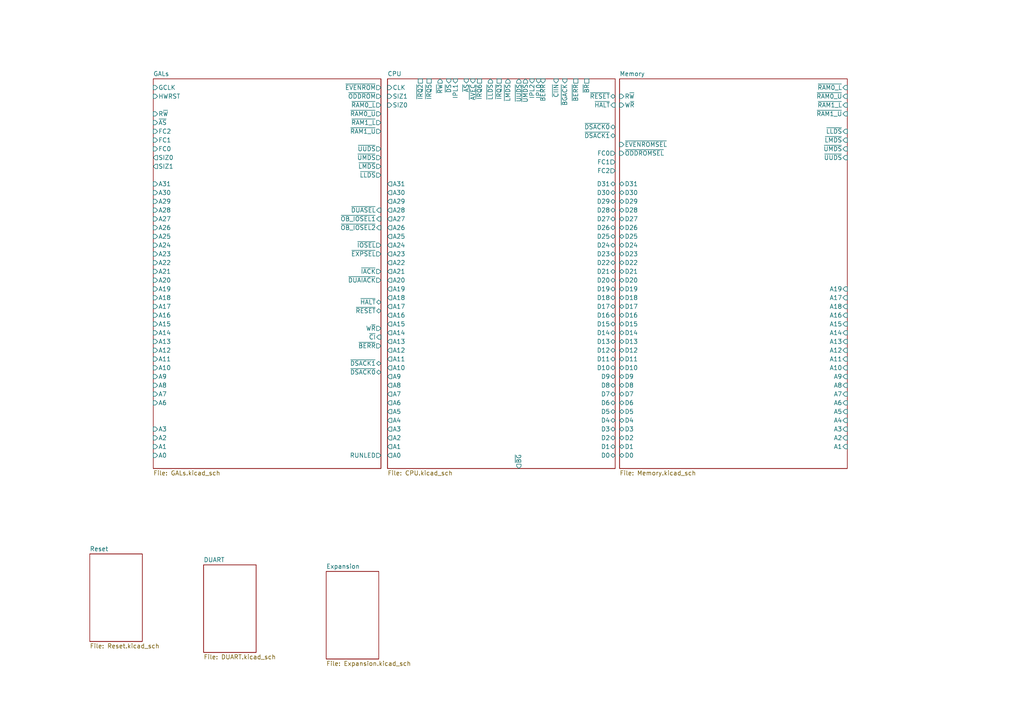
<source format=kicad_sch>
(kicad_sch (version 20230121) (generator eeschema)
  (paper "A4")
  (title_block (title "ROSCO_M68K MC68030 MINI EDITION") (date "2024-02-04") (rev "0") (company "The Really Old-School Company Limited") (comment 2 "See https://github.com/roscopeco/rosco_m68k/blob/master/LICENCE.hardware.txt") (comment 3 "Open Source Hardware licenced under CERN Open Hardware Licence") (comment 4 "Copyright 2024 Ross Bamford and Contributors"))
  (lib_symbols)
  (sheet (at 112.395 22.86) (size 66.04 113.03)
    (property "Sheetname" "CPU" (at 112.395 22.1484 0) (effects (justify left bottom)))
    (property "Sheetfile" "CPU.kicad_sch" (at 112.395 136.4746 0) (effects (justify left top)))
    (pin "SIZ1" input (at 112.395 27.94 180))
    (pin "CLK" input (at 112.395 25.4 180))
    (pin "SIZ0" input (at 112.395 30.48 180))
    (pin "~{DS}" input (at 130.175 22.86 90))
    (pin "~{AS}" input (at 135.255 22.86 90))
    (pin "~{LLDS}" output (at 142.24 22.86 90))
    (pin "~{LMDS}" output (at 147.32 22.86 90))
    (pin "~{UUDS}" output (at 150.495 22.86 90))
    (pin "~{UMDS}" output (at 152.4 22.86 90))
    (pin "D30" bidirectional (at 178.435 55.88 0))
    (pin "BERR" input (at 157.48 22.86 90))
    (pin "D31" bidirectional (at 178.435 53.34 0))
    (pin "D28" bidirectional (at 178.435 60.96 0))
    (pin "D29" bidirectional (at 178.435 58.42 0))
    (pin "D27" bidirectional (at 178.435 63.5 0))
    (pin "D26" bidirectional (at 178.435 66.04 0))
    (pin "D25" bidirectional (at 178.435 68.58 0))
    (pin "D24" bidirectional (at 178.435 71.12 0))
    (pin "D22" bidirectional (at 178.435 76.2 0))
    (pin "D23" bidirectional (at 178.435 73.66 0))
    (pin "D17" bidirectional (at 178.435 88.9 0))
    (pin "D18" bidirectional (at 178.435 86.36 0))
    (pin "A28" output (at 112.395 60.96 180))
    (pin "A29" output (at 112.395 58.42 180))
    (pin "A27" output (at 112.395 63.5 180))
    (pin "A26" output (at 112.395 66.04 180))
    (pin "A25" output (at 112.395 68.58 180))
    (pin "A30" output (at 112.395 55.88 180))
    (pin "A31" output (at 112.395 53.34 180))
    (pin "A20" output (at 112.395 81.28 180))
    (pin "A21" output (at 112.395 78.74 180))
    (pin "A23" output (at 112.395 73.66 180))
    (pin "A22" output (at 112.395 76.2 180))
    (pin "A19" output (at 112.395 83.82 180))
    (pin "A24" output (at 112.395 71.12 180))
    (pin "~{CIIN}" input (at 161.29 22.86 90))
    (pin "A1" output (at 112.395 129.54 180))
    (pin "A2" output (at 112.395 127 180))
    (pin "~{HALT}" input (at 178.435 30.48 0))
    (pin "~{DSACK1}" tri_state (at 178.435 39.37 0))
    (pin "~{BGACK}" input (at 163.83 22.86 90))
    (pin "~{RESET}" bidirectional (at 178.435 27.94 0))
    (pin "~{DSACK0}" tri_state (at 178.435 36.83 0))
    (pin "A11" output (at 112.395 104.14 180))
    (pin "A12" output (at 112.395 101.6 180))
    (pin "A9" output (at 112.395 109.22 180))
    (pin "A10" output (at 112.395 106.68 180))
    (pin "FC0" output (at 178.435 44.45 0))
    (pin "FC1" output (at 178.435 46.99 0))
    (pin "~{RW}" output (at 127.635 22.86 90))
    (pin "FC2" output (at 178.435 49.53 0))
    (pin "A5" output (at 112.395 119.38 180))
    (pin "A6" output (at 112.395 116.84 180))
    (pin "A7" output (at 112.395 114.3 180))
    (pin "A8" output (at 112.395 111.76 180))
    (pin "A4" output (at 112.395 121.92 180))
    (pin "A3" output (at 112.395 124.46 180))
    (pin "D6" bidirectional (at 178.435 116.84 0))
    (pin "D3" bidirectional (at 178.435 124.46 0))
    (pin "D4" bidirectional (at 178.435 121.92 0))
    (pin "D5" bidirectional (at 178.435 119.38 0))
    (pin "D8" bidirectional (at 178.435 111.76 0))
    (pin "D7" bidirectional (at 178.435 114.3 0))
    (pin "D11" bidirectional (at 178.435 104.14 0))
    (pin "D15" bidirectional (at 178.435 93.98 0))
    (pin "D14" bidirectional (at 178.435 96.52 0))
    (pin "D12" bidirectional (at 178.435 101.6 0))
    (pin "D10" bidirectional (at 178.435 106.68 0))
    (pin "D9" bidirectional (at 178.435 109.22 0))
    (pin "D13" bidirectional (at 178.435 99.06 0))
    (pin "D21" bidirectional (at 178.435 78.74 0))
    (pin "D20" bidirectional (at 178.435 81.28 0))
    (pin "D16" bidirectional (at 178.435 91.44 0))
    (pin "D19" bidirectional (at 178.435 83.82 0))
    (pin "~{BERR}" passive (at 167.005 22.86 90))
    (pin "~{IRQ2}" passive (at 121.92 22.86 90))
    (pin "~{IRQ5}" passive (at 124.46 22.86 90))
    (pin "~{IRQ6}" passive (at 139.065 22.86 90))
    (pin "~{IRQ3}" passive (at 144.78 22.86 90))
    (pin "~{BR}" passive (at 170.18 22.86 90))
    (pin "D1" bidirectional (at 178.435 129.54 0))
    (pin "D0" bidirectional (at 178.435 132.08 0))
    (pin "D2" bidirectional (at 178.435 127 0))
    (pin "IPL1" input (at 132.08 22.86 90))
    (pin "~{AVEC}" input (at 137.16 22.86 90))
    (pin "IPL2" input (at 154.305 22.86 90))
    (pin "IPL0" input (at 156.21 22.86 90))
    (pin "A18" output (at 112.395 86.36 180))
    (pin "A15" output (at 112.395 93.98 180))
    (pin "A17" output (at 112.395 88.9 180))
    (pin "A16" output (at 112.395 91.44 180))
    (pin "A13" output (at 112.395 99.06 180))
    (pin "A14" output (at 112.395 96.52 180))
    (pin "~{BG}" output (at 150.495 135.89 270))
    (pin "A0" output (at 112.395 132.08 180))
  )
  (sheet (at 94.615 165.735) (size 15.24 25.4)
    (property "Sheetname" "Expansion" (at 94.615 165.0234 0) (effects (justify left bottom)))
    (property "Sheetfile" "Expansion.kicad_sch" (at 94.615 191.7196 0) (effects (justify left top)))
  )
  (sheet (at 59.055 163.83) (size 15.24 25.4)
    (property "Sheetname" "DUART" (at 59.055 163.1184 0) (effects (justify left bottom)))
    (property "Sheetfile" "DUART.kicad_sch" (at 59.055 189.8146 0) (effects (justify left top)))
  )
  (sheet (at 26.035 160.655) (size 15.24 25.4)
    (property "Sheetname" "Reset" (at 26.035 159.9434 0) (effects (justify left bottom)))
    (property "Sheetfile" "Reset.kicad_sch" (at 26.035 186.6396 0) (effects (justify left top)))
  )
  (sheet (at 179.705 22.86) (size 66.04 113.03)
    (property "Sheetname" "Memory" (at 179.705 22.1484 0) (effects (justify left bottom)))
    (property "Sheetfile" "Memory.kicad_sch" (at 179.705 136.4746 0) (effects (justify left top)))
    (pin "A15" input (at 245.745 93.98 0))
    (pin "A16" input (at 245.745 91.44 0))
    (pin "D9" bidirectional (at 179.705 109.22 180))
    (pin "D7" bidirectional (at 179.705 114.3 180))
    (pin "D8" bidirectional (at 179.705 111.76 180))
    (pin "D6" bidirectional (at 179.705 116.84 180))
    (pin "D4" bidirectional (at 179.705 121.92 180))
    (pin "D5" bidirectional (at 179.705 119.38 180))
    (pin "A19" input (at 245.745 83.82 0))
    (pin "A17" input (at 245.745 86.36 0))
    (pin "A18" input (at 245.745 88.9 0))
    (pin "D10" bidirectional (at 179.705 106.68 180))
    (pin "D11" bidirectional (at 179.705 104.14 180))
    (pin "D15" bidirectional (at 179.705 93.98 180))
    (pin "D13" bidirectional (at 179.705 99.06 180))
    (pin "D12" bidirectional (at 179.705 101.6 180))
    (pin "D14" bidirectional (at 179.705 96.52 180))
    (pin "A14" input (at 245.745 96.52 0))
    (pin "A12" input (at 245.745 101.6 0))
    (pin "A13" input (at 245.745 99.06 0))
    (pin "A11" input (at 245.745 104.14 0))
    (pin "A9" input (at 245.745 109.22 0))
    (pin "A10" input (at 245.745 106.68 0))
    (pin "A5" input (at 245.745 119.38 0))
    (pin "A6" input (at 245.745 116.84 0))
    (pin "A7" input (at 245.745 114.3 0))
    (pin "A8" input (at 245.745 111.76 0))
    (pin "D20" bidirectional (at 179.705 81.28 180))
    (pin "D21" bidirectional (at 179.705 78.74 180))
    (pin "D19" bidirectional (at 179.705 83.82 180))
    (pin "D22" bidirectional (at 179.705 76.2 180))
    (pin "D23" bidirectional (at 179.705 73.66 180))
    (pin "D25" bidirectional (at 179.705 68.58 180))
    (pin "D26" bidirectional (at 179.705 66.04 180))
    (pin "D27" bidirectional (at 179.705 63.5 180))
    (pin "D24" bidirectional (at 179.705 71.12 180))
    (pin "D28" bidirectional (at 179.705 60.96 180))
    (pin "D29" bidirectional (at 179.705 58.42 180))
    (pin "W~{R}" input (at 179.705 30.48 180))
    (pin "R~{W}" input (at 179.705 27.94 180))
    (pin "D18" bidirectional (at 179.705 86.36 180))
    (pin "D16" bidirectional (at 179.705 91.44 180))
    (pin "D17" bidirectional (at 179.705 88.9 180))
    (pin "A4" input (at 245.745 121.92 0))
    (pin "A2" input (at 245.745 127 0))
    (pin "A3" input (at 245.745 124.46 0))
    (pin "A1" input (at 245.745 129.54 0))
    (pin "D0" bidirectional (at 179.705 132.08 180))
    (pin "D2" bidirectional (at 179.705 127 180))
    (pin "D1" bidirectional (at 179.705 129.54 180))
    (pin "D3" bidirectional (at 179.705 124.46 180))
    (pin "D30" bidirectional (at 179.705 55.88 180))
    (pin "D31" bidirectional (at 179.705 53.34 180))
    (pin "~{UMDS}" input (at 245.745 43.18 0))
    (pin "~{UUDS}" input (at 245.745 45.72 0))
    (pin "~{RAM1_U}" input (at 245.745 33.02 0))
    (pin "~{LMDS}" input (at 245.745 40.64 0))
    (pin "~{LLDS}" input (at 245.745 38.1 0))
    (pin "~{RAM0_L}" input (at 245.745 25.4 0))
    (pin "~{RAM1_L}" input (at 245.745 30.48 0))
    (pin "~{RAM0_U}" input (at 245.745 27.94 0))
    (pin "~{ODDROMSEL}" input (at 179.705 44.45 180))
    (pin "~{EVENROMSEL}" input (at 179.705 41.91 180))
  )
  (sheet (at 44.45 22.86) (size 66.04 113.03)
    (property "Sheetname" "GALs" (at 44.45 22.1484 0) (effects (justify left bottom)))
    (property "Sheetfile" "GALs.kicad_sch" (at 44.45 136.4746 0) (effects (justify left top)))
    (pin "GCLK" input (at 44.45 25.4 180))
    (pin "~{AS}" input (at 44.45 35.56 180))
    (pin "HWRST" input (at 44.45 27.94 180))
    (pin "~{OB_IOSEL2}" input (at 110.49 66.04 0))
    (pin "~{DUASEL}" input (at 110.49 60.96 0))
    (pin "A27" input (at 44.45 63.5 180))
    (pin "~{OB_IOSEL1}" input (at 110.49 63.5 0))
    (pin "A25" input (at 44.45 68.58 180))
    (pin "A26" input (at 44.45 66.04 180))
    (pin "A24" input (at 44.45 71.12 180))
    (pin "A23" input (at 44.45 73.66 180))
    (pin "~{CI}" input (at 110.49 97.79 0))
    (pin "~{IOSEL}" output (at 110.49 71.12 0))
    (pin "SIZ1" output (at 44.45 48.26 180))
    (pin "A29" input (at 44.45 58.42 180))
    (pin "R~{W}" input (at 44.45 33.02 180))
    (pin "A28" input (at 44.45 60.96 180))
    (pin "SIZ0" output (at 44.45 45.72 180))
    (pin "FC2" input (at 44.45 38.1 180))
    (pin "A7" input (at 44.45 114.3 180))
    (pin "FC1" input (at 44.45 40.64 180))
    (pin "A6" input (at 44.45 116.84 180))
    (pin "A31" input (at 44.45 53.34 180))
    (pin "A20" input (at 44.45 81.28 180))
    (pin "A22" input (at 44.45 76.2 180))
    (pin "A21" input (at 44.45 78.74 180))
    (pin "A19" input (at 44.45 83.82 180))
    (pin "A18" input (at 44.45 86.36 180))
    (pin "A17" input (at 44.45 88.9 180))
    (pin "A16" input (at 44.45 91.44 180))
    (pin "~{EXPSEL}" output (at 110.49 73.66 0))
    (pin "A30" input (at 44.45 55.88 180))
    (pin "~{EVENROM}" output (at 110.49 25.4 0))
    (pin "~{ODDROM}" output (at 110.49 27.94 0))
    (pin "A0" input (at 44.45 132.08 180))
    (pin "A9" input (at 44.45 109.22 180))
    (pin "~{HALT}" tri_state (at 110.49 87.63 0))
    (pin "FC0" input (at 44.45 43.18 180))
    (pin "A2" input (at 44.45 127 180))
    (pin "A3" input (at 44.45 124.46 180))
    (pin "~{RESET}" tri_state (at 110.49 90.17 0))
    (pin "A12" input (at 44.45 101.6 180))
    (pin "A1" input (at 44.45 129.54 180))
    (pin "A15" input (at 44.45 93.98 180))
    (pin "A14" input (at 44.45 96.52 180))
    (pin "~{DUAIACK}" output (at 110.49 81.28 0))
    (pin "~{BERR}" output (at 110.49 100.33 0))
    (pin "~{DSACK1}" tri_state (at 110.49 105.41 0))
    (pin "~{DSACK0}" tri_state (at 110.49 107.95 0))
    (pin "W~{R}" output (at 110.49 95.25 0))
    (pin "~{IACK}" output (at 110.49 78.74 0))
    (pin "RUNLED" output (at 110.49 132.08 0))
    (pin "A10" input (at 44.45 106.68 180))
    (pin "A11" input (at 44.45 104.14 180))
    (pin "A8" input (at 44.45 111.76 180))
    (pin "A13" input (at 44.45 99.06 180))
    (pin "~{RAM1_L}" output (at 110.49 35.56 0))
    (pin "~{RAM0_L}" output (at 110.49 30.48 0))
    (pin "~{UUDS}" output (at 110.49 43.18 0))
    (pin "~{UMDS}" output (at 110.49 45.72 0))
    (pin "~{LMDS}" output (at 110.49 48.26 0))
    (pin "~{LLDS}" output (at 110.49 50.8 0))
    (pin "~{RAM0_U}" output (at 110.49 33.02 0))
    (pin "~{RAM1_U}" output (at 110.49 38.1 0))
  )
)
</source>
